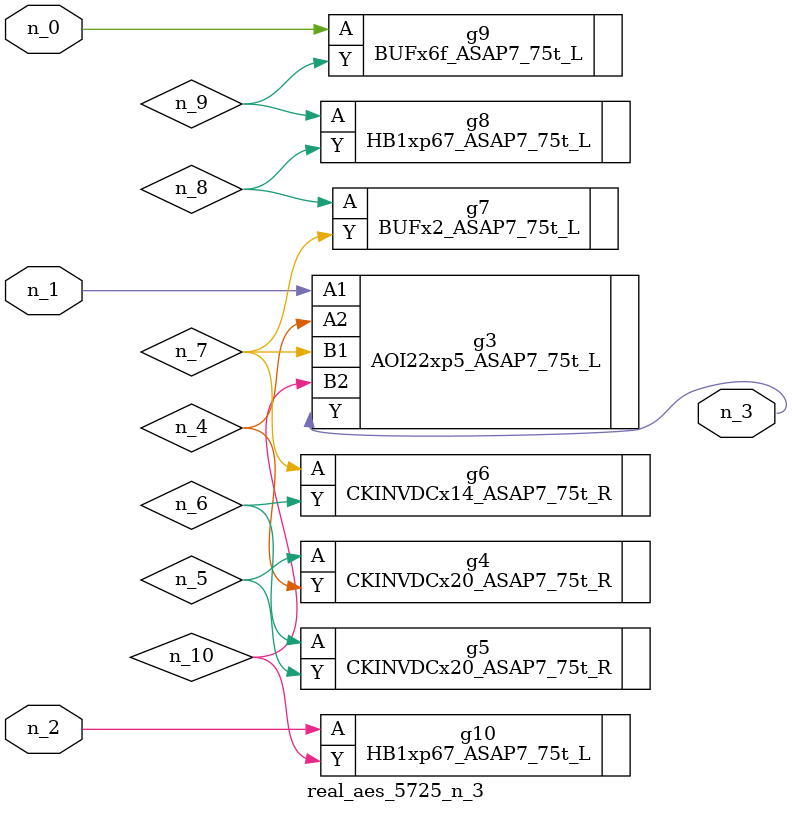
<source format=v>
module real_aes_5725_n_3 (n_0, n_2, n_1, n_3);
input n_0;
input n_2;
input n_1;
output n_3;
wire n_4;
wire n_5;
wire n_7;
wire n_8;
wire n_6;
wire n_9;
wire n_10;
BUFx6f_ASAP7_75t_L g9 ( .A(n_0), .Y(n_9) );
AOI22xp5_ASAP7_75t_L g3 ( .A1(n_1), .A2(n_4), .B1(n_7), .B2(n_10), .Y(n_3) );
HB1xp67_ASAP7_75t_L g10 ( .A(n_2), .Y(n_10) );
CKINVDCx20_ASAP7_75t_R g4 ( .A(n_5), .Y(n_4) );
CKINVDCx20_ASAP7_75t_R g5 ( .A(n_6), .Y(n_5) );
CKINVDCx14_ASAP7_75t_R g6 ( .A(n_7), .Y(n_6) );
BUFx2_ASAP7_75t_L g7 ( .A(n_8), .Y(n_7) );
HB1xp67_ASAP7_75t_L g8 ( .A(n_9), .Y(n_8) );
endmodule
</source>
